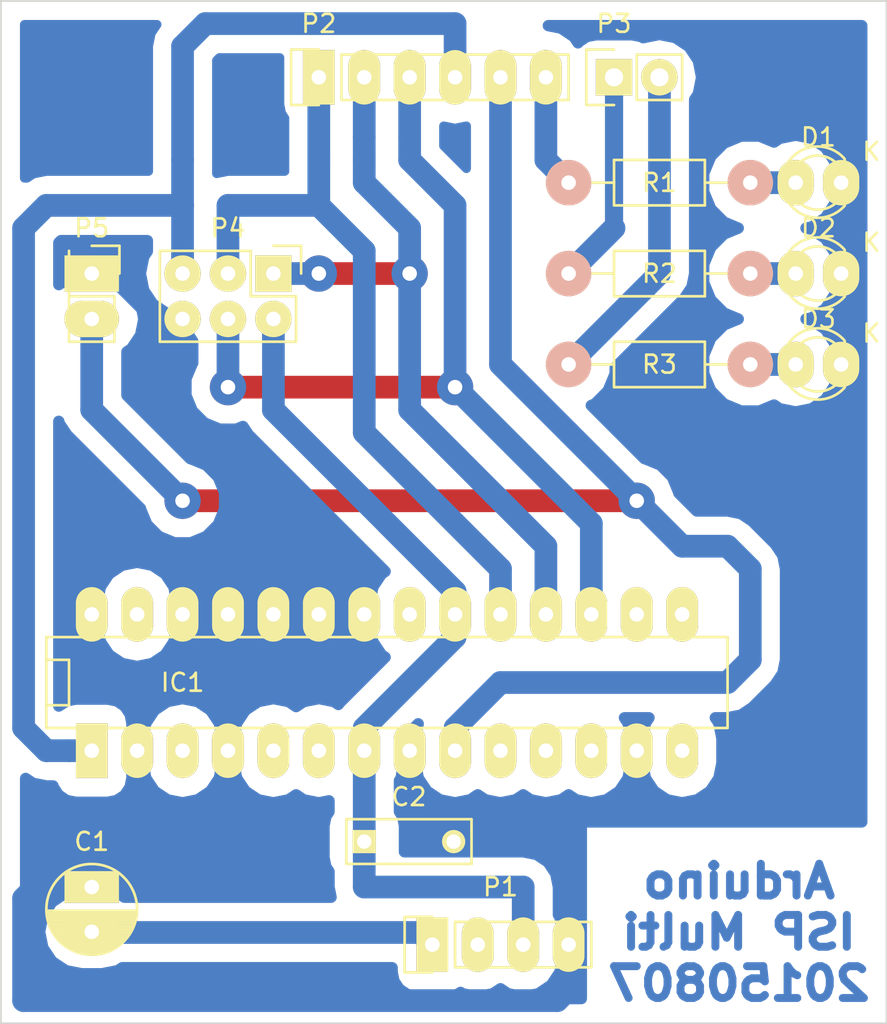
<source format=kicad_pcb>
(kicad_pcb (version 4) (host pcbnew "(2015-07-09 BZR 5913, Git 33e1797)-product")

  (general
    (links 38)
    (no_connects 0)
    (area 223.526667 87.34 274.370001 144.92)
    (thickness 1.6)
    (drawings 5)
    (tracks 99)
    (zones 0)
    (modules 14)
    (nets 27)
  )

  (page A4)
  (title_block
    (title "Arduino ISP Multi")
    (company "Stefano Busnelli")
  )

  (layers
    (0 F.Cu signal)
    (31 B.Cu signal)
    (32 B.Adhes user)
    (33 F.Adhes user)
    (34 B.Paste user)
    (35 F.Paste user)
    (36 B.SilkS user)
    (37 F.SilkS user)
    (38 B.Mask user)
    (39 F.Mask user)
    (40 Dwgs.User user)
    (41 Cmts.User user)
    (42 Eco1.User user)
    (43 Eco2.User user)
    (44 Edge.Cuts user)
    (45 Margin user)
    (46 B.CrtYd user)
    (47 F.CrtYd user)
    (48 B.Fab user)
    (49 F.Fab user)
  )

  (setup
    (last_trace_width 1.27)
    (trace_clearance 0.635)
    (zone_clearance 1.016)
    (zone_45_only no)
    (trace_min 1.016)
    (segment_width 0.2)
    (edge_width 0.1)
    (via_size 2.032)
    (via_drill 0.8128)
    (via_min_size 0.889)
    (via_min_drill 0.635)
    (uvia_size 0.508)
    (uvia_drill 0.127)
    (uvias_allowed no)
    (uvia_min_size 0.508)
    (uvia_min_drill 0.127)
    (pcb_text_width 0.3)
    (pcb_text_size 1.5 1.5)
    (mod_edge_width 0.15)
    (mod_text_size 1 1)
    (mod_text_width 0.15)
    (pad_size 1.778 3.048)
    (pad_drill 0.8128)
    (pad_to_mask_clearance 0)
    (aux_axis_origin 0 0)
    (visible_elements 7FFFFFFF)
    (pcbplotparams
      (layerselection 0x00030_80000001)
      (usegerberextensions false)
      (excludeedgelayer true)
      (linewidth 0.100000)
      (plotframeref false)
      (viasonmask false)
      (mode 1)
      (useauxorigin false)
      (hpglpennumber 1)
      (hpglpenspeed 20)
      (hpglpendiameter 15)
      (hpglpenoverlay 2)
      (psnegative false)
      (psa4output false)
      (plotreference true)
      (plotvalue true)
      (plotinvisibletext false)
      (padsonsilk false)
      (subtractmaskfromsilk false)
      (outputformat 1)
      (mirror false)
      (drillshape 1)
      (scaleselection 1)
      (outputdirectory ""))
  )

  (net 0 "")
  (net 1 RESET)
  (net 2 GND)
  (net 3 VCC)
  (net 4 "Net-(IC1-Pad3)")
  (net 5 "Net-(IC1-Pad5)")
  (net 6 "Net-(IC1-Pad6)")
  (net 7 S_CLOCK)
  (net 8 "Net-(IC1-Pad10)")
  (net 9 "Net-(IC1-Pad11)")
  (net 10 "Net-(IC1-Pad12)")
  (net 11 "Net-(IC1-Pad14)")
  (net 12 S_RESET)
  (net 13 "Net-(IC1-Pad15)")
  (net 14 "Net-(IC1-Pad16)")
  (net 15 S_MOSI)
  (net 16 S_MISO)
  (net 17 S_SCK)
  (net 18 "Net-(IC1-Pad21)")
  (net 19 "Net-(IC1-Pad27)")
  (net 20 3.3V)
  (net 21 L_ERR)
  (net 22 L_PROG)
  (net 23 L_HB)
  (net 24 "Net-(D1-Pad2)")
  (net 25 "Net-(D2-Pad2)")
  (net 26 "Net-(D3-Pad2)")

  (net_class Default "Questo è il gruppo di collegamenti predefinito"
    (clearance 0.635)
    (trace_width 1.27)
    (via_dia 2.032)
    (via_drill 0.8128)
    (uvia_dia 0.508)
    (uvia_drill 0.127)
    (add_net 3.3V)
    (add_net GND)
    (add_net L_ERR)
    (add_net L_HB)
    (add_net L_PROG)
    (add_net "Net-(D1-Pad2)")
    (add_net "Net-(D2-Pad2)")
    (add_net "Net-(D3-Pad2)")
    (add_net "Net-(IC1-Pad10)")
    (add_net "Net-(IC1-Pad11)")
    (add_net "Net-(IC1-Pad12)")
    (add_net "Net-(IC1-Pad14)")
    (add_net "Net-(IC1-Pad15)")
    (add_net "Net-(IC1-Pad16)")
    (add_net "Net-(IC1-Pad21)")
    (add_net "Net-(IC1-Pad27)")
    (add_net "Net-(IC1-Pad3)")
    (add_net "Net-(IC1-Pad5)")
    (add_net "Net-(IC1-Pad6)")
    (add_net RESET)
    (add_net S_CLOCK)
    (add_net S_MISO)
    (add_net S_MOSI)
    (add_net S_RESET)
    (add_net S_SCK)
    (add_net VCC)
  )

  (module Capacitors_ThroughHole:C_Radial_D5_L11_P2.5 (layer F.Cu) (tedit 55DF404E) (tstamp 55C33EF5)
    (at 229.87 137.16 270)
    (descr "Radial Electrolytic Capacitor Diameter 5mm x Length 11mm, Pitch 2.5mm")
    (tags "Electrolytic Capacitor")
    (path /55C33214)
    (fp_text reference C1 (at -2.54 0 360) (layer F.SilkS)
      (effects (font (size 1 1) (thickness 0.15)))
    )
    (fp_text value 22uF (at 1.25 3.8 270) (layer F.Fab)
      (effects (font (size 1 1) (thickness 0.15)))
    )
    (fp_line (start 1.325 -2.499) (end 1.325 2.499) (layer F.SilkS) (width 0.15))
    (fp_line (start 1.465 -2.491) (end 1.465 2.491) (layer F.SilkS) (width 0.15))
    (fp_line (start 1.605 -2.475) (end 1.605 -0.095) (layer F.SilkS) (width 0.15))
    (fp_line (start 1.605 0.095) (end 1.605 2.475) (layer F.SilkS) (width 0.15))
    (fp_line (start 1.745 -2.451) (end 1.745 -0.49) (layer F.SilkS) (width 0.15))
    (fp_line (start 1.745 0.49) (end 1.745 2.451) (layer F.SilkS) (width 0.15))
    (fp_line (start 1.885 -2.418) (end 1.885 -0.657) (layer F.SilkS) (width 0.15))
    (fp_line (start 1.885 0.657) (end 1.885 2.418) (layer F.SilkS) (width 0.15))
    (fp_line (start 2.025 -2.377) (end 2.025 -0.764) (layer F.SilkS) (width 0.15))
    (fp_line (start 2.025 0.764) (end 2.025 2.377) (layer F.SilkS) (width 0.15))
    (fp_line (start 2.165 -2.327) (end 2.165 -0.835) (layer F.SilkS) (width 0.15))
    (fp_line (start 2.165 0.835) (end 2.165 2.327) (layer F.SilkS) (width 0.15))
    (fp_line (start 2.305 -2.266) (end 2.305 -0.879) (layer F.SilkS) (width 0.15))
    (fp_line (start 2.305 0.879) (end 2.305 2.266) (layer F.SilkS) (width 0.15))
    (fp_line (start 2.445 -2.196) (end 2.445 -0.898) (layer F.SilkS) (width 0.15))
    (fp_line (start 2.445 0.898) (end 2.445 2.196) (layer F.SilkS) (width 0.15))
    (fp_line (start 2.585 -2.114) (end 2.585 -0.896) (layer F.SilkS) (width 0.15))
    (fp_line (start 2.585 0.896) (end 2.585 2.114) (layer F.SilkS) (width 0.15))
    (fp_line (start 2.725 -2.019) (end 2.725 -0.871) (layer F.SilkS) (width 0.15))
    (fp_line (start 2.725 0.871) (end 2.725 2.019) (layer F.SilkS) (width 0.15))
    (fp_line (start 2.865 -1.908) (end 2.865 -0.823) (layer F.SilkS) (width 0.15))
    (fp_line (start 2.865 0.823) (end 2.865 1.908) (layer F.SilkS) (width 0.15))
    (fp_line (start 3.005 -1.78) (end 3.005 -0.745) (layer F.SilkS) (width 0.15))
    (fp_line (start 3.005 0.745) (end 3.005 1.78) (layer F.SilkS) (width 0.15))
    (fp_line (start 3.145 -1.631) (end 3.145 -0.628) (layer F.SilkS) (width 0.15))
    (fp_line (start 3.145 0.628) (end 3.145 1.631) (layer F.SilkS) (width 0.15))
    (fp_line (start 3.285 -1.452) (end 3.285 -0.44) (layer F.SilkS) (width 0.15))
    (fp_line (start 3.285 0.44) (end 3.285 1.452) (layer F.SilkS) (width 0.15))
    (fp_line (start 3.425 -1.233) (end 3.425 1.233) (layer F.SilkS) (width 0.15))
    (fp_line (start 3.565 -0.944) (end 3.565 0.944) (layer F.SilkS) (width 0.15))
    (fp_line (start 3.705 -0.472) (end 3.705 0.472) (layer F.SilkS) (width 0.15))
    (fp_circle (center 2.5 0) (end 2.5 -0.9) (layer F.SilkS) (width 0.15))
    (fp_circle (center 1.25 0) (end 1.25 -2.5375) (layer F.SilkS) (width 0.15))
    (fp_circle (center 1.25 0) (end 1.25 -2.8) (layer F.CrtYd) (width 0.05))
    (pad 2 thru_hole rect (at 0 0 270) (size 1.778 3.048) (drill 0.8128) (layers *.Cu *.Mask F.SilkS)
      (net 2 GND))
    (pad 1 thru_hole oval (at 2.5 0 270) (size 2.032 3.048) (drill 0.8128) (layers *.Cu *.Mask F.SilkS)
      (net 1 RESET))
    (model Capacitors_ThroughHole.3dshapes/C_Radial_D5_L11_P2.5.wrl
      (at (xyz 0.049213 0 0))
      (scale (xyz 1 1 1))
      (rotate (xyz 0 0 90))
    )
  )

  (module LEDs:LED-3MM (layer F.Cu) (tedit 55DF3FBE) (tstamp 55C33F01)
    (at 271.78 97.79 180)
    (descr "LED 3mm round vertical")
    (tags "LED  3mm round vertical")
    (path /55C33184)
    (fp_text reference D1 (at 1.27 2.54 180) (layer F.SilkS)
      (effects (font (size 1 1) (thickness 0.15)))
    )
    (fp_text value RED (at 1.27 1.27 180) (layer F.Fab)
      (effects (font (size 1 1) (thickness 0.15)))
    )
    (fp_line (start -1.2 2.3) (end 3.8 2.3) (layer F.CrtYd) (width 0.05))
    (fp_line (start 3.8 2.3) (end 3.8 -2.2) (layer F.CrtYd) (width 0.05))
    (fp_line (start 3.8 -2.2) (end -1.2 -2.2) (layer F.CrtYd) (width 0.05))
    (fp_line (start -1.2 -2.2) (end -1.2 2.3) (layer F.CrtYd) (width 0.05))
    (fp_line (start -0.199 1.314) (end -0.199 1.114) (layer F.SilkS) (width 0.15))
    (fp_line (start -0.199 -1.28) (end -0.199 -1.1) (layer F.SilkS) (width 0.15))
    (fp_arc (start 1.301 0.034) (end -0.199 -1.286) (angle 108.5) (layer F.SilkS) (width 0.15))
    (fp_arc (start 1.301 0.034) (end 0.25 -1.1) (angle 85.7) (layer F.SilkS) (width 0.15))
    (fp_arc (start 1.311 0.034) (end 3.051 0.994) (angle 110) (layer F.SilkS) (width 0.15))
    (fp_arc (start 1.301 0.034) (end 2.335 1.094) (angle 87.5) (layer F.SilkS) (width 0.15))
    (fp_text user K (at -1.69 1.74 180) (layer F.SilkS)
      (effects (font (size 1 1) (thickness 0.15)))
    )
    (pad 1 thru_hole oval (at 0 0 180) (size 2.032 2.54) (drill 0.8128) (layers *.Cu *.Mask F.SilkS)
      (net 2 GND))
    (pad 2 thru_hole oval (at 2.54 0 180) (size 2.032 2.54) (drill 0.8128) (layers *.Cu *.Mask F.SilkS)
      (net 24 "Net-(D1-Pad2)"))
    (model LEDs.3dshapes/LED-3MM.wrl
      (at (xyz 0.05 0 0))
      (scale (xyz 1 1 1))
      (rotate (xyz 0 0 90))
    )
  )

  (module LEDs:LED-3MM (layer F.Cu) (tedit 55DF3FC1) (tstamp 55C33F07)
    (at 271.78 102.87 180)
    (descr "LED 3mm round vertical")
    (tags "LED  3mm round vertical")
    (path /55C33116)
    (fp_text reference D2 (at 1.27 2.54 180) (layer F.SilkS)
      (effects (font (size 1 1) (thickness 0.15)))
    )
    (fp_text value YELLOW (at 1.27 1.27 180) (layer F.Fab)
      (effects (font (size 1 1) (thickness 0.15)))
    )
    (fp_line (start -1.2 2.3) (end 3.8 2.3) (layer F.CrtYd) (width 0.05))
    (fp_line (start 3.8 2.3) (end 3.8 -2.2) (layer F.CrtYd) (width 0.05))
    (fp_line (start 3.8 -2.2) (end -1.2 -2.2) (layer F.CrtYd) (width 0.05))
    (fp_line (start -1.2 -2.2) (end -1.2 2.3) (layer F.CrtYd) (width 0.05))
    (fp_line (start -0.199 1.314) (end -0.199 1.114) (layer F.SilkS) (width 0.15))
    (fp_line (start -0.199 -1.28) (end -0.199 -1.1) (layer F.SilkS) (width 0.15))
    (fp_arc (start 1.301 0.034) (end -0.199 -1.286) (angle 108.5) (layer F.SilkS) (width 0.15))
    (fp_arc (start 1.301 0.034) (end 0.25 -1.1) (angle 85.7) (layer F.SilkS) (width 0.15))
    (fp_arc (start 1.311 0.034) (end 3.051 0.994) (angle 110) (layer F.SilkS) (width 0.15))
    (fp_arc (start 1.301 0.034) (end 2.335 1.094) (angle 87.5) (layer F.SilkS) (width 0.15))
    (fp_text user K (at -1.69 1.74 180) (layer F.SilkS)
      (effects (font (size 1 1) (thickness 0.15)))
    )
    (pad 1 thru_hole oval (at 0 0 180) (size 2.032 2.54) (drill 0.8128) (layers *.Cu *.Mask F.SilkS)
      (net 2 GND))
    (pad 2 thru_hole oval (at 2.54 0 180) (size 2.032 2.54) (drill 0.8128) (layers *.Cu *.Mask F.SilkS)
      (net 25 "Net-(D2-Pad2)"))
    (model LEDs.3dshapes/LED-3MM.wrl
      (at (xyz 0.05 0 0))
      (scale (xyz 1 1 1))
      (rotate (xyz 0 0 90))
    )
  )

  (module LEDs:LED-3MM (layer F.Cu) (tedit 55DF3FC4) (tstamp 55C33F0D)
    (at 271.78 107.95 180)
    (descr "LED 3mm round vertical")
    (tags "LED  3mm round vertical")
    (path /55C33195)
    (fp_text reference D3 (at 1.27 2.54 180) (layer F.SilkS)
      (effects (font (size 1 1) (thickness 0.15)))
    )
    (fp_text value GREEN (at 1.27 1.27 180) (layer F.Fab)
      (effects (font (size 1 1) (thickness 0.15)))
    )
    (fp_line (start -1.2 2.3) (end 3.8 2.3) (layer F.CrtYd) (width 0.05))
    (fp_line (start 3.8 2.3) (end 3.8 -2.2) (layer F.CrtYd) (width 0.05))
    (fp_line (start 3.8 -2.2) (end -1.2 -2.2) (layer F.CrtYd) (width 0.05))
    (fp_line (start -1.2 -2.2) (end -1.2 2.3) (layer F.CrtYd) (width 0.05))
    (fp_line (start -0.199 1.314) (end -0.199 1.114) (layer F.SilkS) (width 0.15))
    (fp_line (start -0.199 -1.28) (end -0.199 -1.1) (layer F.SilkS) (width 0.15))
    (fp_arc (start 1.301 0.034) (end -0.199 -1.286) (angle 108.5) (layer F.SilkS) (width 0.15))
    (fp_arc (start 1.301 0.034) (end 0.25 -1.1) (angle 85.7) (layer F.SilkS) (width 0.15))
    (fp_arc (start 1.311 0.034) (end 3.051 0.994) (angle 110) (layer F.SilkS) (width 0.15))
    (fp_arc (start 1.301 0.034) (end 2.335 1.094) (angle 87.5) (layer F.SilkS) (width 0.15))
    (fp_text user K (at -1.69 1.74 180) (layer F.SilkS)
      (effects (font (size 1 1) (thickness 0.15)))
    )
    (pad 1 thru_hole oval (at 0 0 180) (size 2.032 2.54) (drill 0.8128) (layers *.Cu *.Mask F.SilkS)
      (net 2 GND))
    (pad 2 thru_hole oval (at 2.54 0 180) (size 2.032 2.54) (drill 0.8128) (layers *.Cu *.Mask F.SilkS)
      (net 26 "Net-(D3-Pad2)"))
    (model LEDs.3dshapes/LED-3MM.wrl
      (at (xyz 0.05 0 0))
      (scale (xyz 1 1 1))
      (rotate (xyz 0 0 90))
    )
  )

  (module Sockets_DIP:DIP-28__300_ELL (layer F.Cu) (tedit 55C3892B) (tstamp 55C33F2D)
    (at 246.38 125.73)
    (descr "28 pins DIL package, elliptical pads, width 300mil")
    (tags DIL)
    (path /55C332F2)
    (fp_text reference IC1 (at -11.43 0) (layer F.SilkS)
      (effects (font (size 1 1) (thickness 0.15)))
    )
    (fp_text value ATMEGA328P-P (at 6.985 0) (layer F.Fab)
      (effects (font (size 1 1) (thickness 0.15)))
    )
    (fp_line (start -19.05 -2.54) (end 19.05 -2.54) (layer F.SilkS) (width 0.15))
    (fp_line (start 19.05 -2.54) (end 19.05 2.54) (layer F.SilkS) (width 0.15))
    (fp_line (start 19.05 2.54) (end -19.05 2.54) (layer F.SilkS) (width 0.15))
    (fp_line (start -19.05 2.54) (end -19.05 -2.54) (layer F.SilkS) (width 0.15))
    (fp_line (start -19.05 -1.27) (end -17.78 -1.27) (layer F.SilkS) (width 0.15))
    (fp_line (start -17.78 -1.27) (end -17.78 1.27) (layer F.SilkS) (width 0.15))
    (fp_line (start -17.78 1.27) (end -19.05 1.27) (layer F.SilkS) (width 0.15))
    (pad 2 thru_hole oval (at -13.97 3.81) (size 1.778 3.048) (drill 0.8128) (layers *.Cu *.Mask F.SilkS)
      (net 2 GND))
    (pad 3 thru_hole oval (at -11.43 3.81) (size 1.778 3.048) (drill 0.8128) (layers *.Cu *.Mask F.SilkS)
      (net 4 "Net-(IC1-Pad3)"))
    (pad 4 thru_hole oval (at -8.89 3.81) (size 1.778 3.048) (drill 0.8128) (layers *.Cu *.Mask F.SilkS)
      (net 2 GND))
    (pad 5 thru_hole oval (at -6.35 3.81) (size 1.778 3.048) (drill 0.8128) (layers *.Cu *.Mask F.SilkS)
      (net 5 "Net-(IC1-Pad5)"))
    (pad 6 thru_hole oval (at -3.81 3.81) (size 1.778 3.048) (drill 0.8128) (layers *.Cu *.Mask F.SilkS)
      (net 6 "Net-(IC1-Pad6)"))
    (pad 7 thru_hole oval (at -1.27 3.81) (size 1.778 3.048) (drill 0.8128) (layers *.Cu *.Mask F.SilkS)
      (net 3 VCC))
    (pad 8 thru_hole oval (at 1.27 3.81) (size 1.778 3.048) (drill 0.8128) (layers *.Cu *.Mask F.SilkS)
      (net 2 GND))
    (pad 9 thru_hole oval (at 3.81 3.81) (size 1.778 3.048) (drill 0.8128) (layers *.Cu *.Mask F.SilkS)
      (net 7 S_CLOCK))
    (pad 10 thru_hole oval (at 6.35 3.81) (size 1.778 3.048) (drill 0.8128) (layers *.Cu *.Mask F.SilkS)
      (net 8 "Net-(IC1-Pad10)"))
    (pad 11 thru_hole oval (at 8.89 3.81) (size 1.778 3.048) (drill 0.8128) (layers *.Cu *.Mask F.SilkS)
      (net 9 "Net-(IC1-Pad11)"))
    (pad 12 thru_hole oval (at 11.43 3.81) (size 1.778 3.048) (drill 0.8128) (layers *.Cu *.Mask F.SilkS)
      (net 10 "Net-(IC1-Pad12)"))
    (pad 13 thru_hole oval (at 13.97 3.81) (size 1.778 3.048) (drill 0.8128) (layers *.Cu *.Mask F.SilkS)
      (net 2 GND))
    (pad 14 thru_hole oval (at 16.51 3.81) (size 1.778 3.048) (drill 0.8128) (layers *.Cu *.Mask F.SilkS)
      (net 11 "Net-(IC1-Pad14)"))
    (pad 1 thru_hole rect (at -16.51 3.81) (size 1.778 3.048) (drill 0.8128) (layers *.Cu *.Mask F.SilkS)
      (net 12 S_RESET))
    (pad 15 thru_hole oval (at 16.51 -3.81) (size 1.778 3.048) (drill 0.8128) (layers *.Cu *.Mask F.SilkS)
      (net 13 "Net-(IC1-Pad15)"))
    (pad 16 thru_hole oval (at 13.97 -3.81) (size 1.778 3.048) (drill 0.8128) (layers *.Cu *.Mask F.SilkS)
      (net 14 "Net-(IC1-Pad16)"))
    (pad 17 thru_hole oval (at 11.43 -3.81) (size 1.778 3.048) (drill 0.8128) (layers *.Cu *.Mask F.SilkS)
      (net 15 S_MOSI))
    (pad 18 thru_hole oval (at 8.89 -3.81) (size 1.778 3.048) (drill 0.8128) (layers *.Cu *.Mask F.SilkS)
      (net 16 S_MISO))
    (pad 19 thru_hole oval (at 6.35 -3.81) (size 1.778 3.048) (drill 0.8128) (layers *.Cu *.Mask F.SilkS)
      (net 17 S_SCK))
    (pad 20 thru_hole oval (at 3.81 -3.81) (size 1.778 3.048) (drill 0.8128) (layers *.Cu *.Mask F.SilkS)
      (net 3 VCC))
    (pad 21 thru_hole oval (at 1.27 -3.81) (size 1.778 3.048) (drill 0.8128) (layers *.Cu *.Mask F.SilkS)
      (net 18 "Net-(IC1-Pad21)"))
    (pad 22 thru_hole oval (at -1.27 -3.81) (size 1.778 3.048) (drill 0.8128) (layers *.Cu *.Mask F.SilkS)
      (net 2 GND))
    (pad 23 thru_hole oval (at -3.81 -3.81) (size 1.778 3.048) (drill 0.8128) (layers *.Cu *.Mask F.SilkS)
      (net 2 GND))
    (pad 24 thru_hole oval (at -6.35 -3.81) (size 1.778 3.048) (drill 0.8128) (layers *.Cu *.Mask F.SilkS)
      (net 2 GND))
    (pad 25 thru_hole oval (at -8.89 -3.81) (size 1.778 3.048) (drill 0.8128) (layers *.Cu *.Mask F.SilkS)
      (net 2 GND))
    (pad 26 thru_hole oval (at -11.43 -3.81) (size 1.778 3.048) (drill 0.8128) (layers *.Cu *.Mask F.SilkS)
      (net 2 GND))
    (pad 27 thru_hole oval (at -13.97 -3.81) (size 1.778 3.048) (drill 0.8128) (layers *.Cu *.Mask F.SilkS)
      (net 19 "Net-(IC1-Pad27)"))
    (pad 28 thru_hole oval (at -16.51 -3.81) (size 1.778 3.048) (drill 0.8128) (layers *.Cu *.Mask F.SilkS)
      (net 2 GND))
    (model Sockets_DIP.3dshapes/DIP-28__300_ELL.wrl
      (at (xyz 0 0 0))
      (scale (xyz 1 1 1))
      (rotate (xyz 0 0 0))
    )
  )

  (module Resistors_ThroughHole:Resistor_Horizontal_RM10mm (layer F.Cu) (tedit 55C38FC5) (tstamp 55C33FE2)
    (at 261.62 97.79)
    (descr "Resistor, Axial,  RM 10mm, 1/3W,")
    (tags "Resistor, Axial, RM 10mm, 1/3W,")
    (path /55C3317E)
    (fp_text reference R1 (at 0 0) (layer F.SilkS)
      (effects (font (size 1 1) (thickness 0.15)))
    )
    (fp_text value 330 (at 1.27 1.27) (layer F.Fab)
      (effects (font (size 1 1) (thickness 0.15)))
    )
    (fp_line (start -2.54 -1.27) (end 2.54 -1.27) (layer F.SilkS) (width 0.15))
    (fp_line (start 2.54 -1.27) (end 2.54 1.27) (layer F.SilkS) (width 0.15))
    (fp_line (start 2.54 1.27) (end -2.54 1.27) (layer F.SilkS) (width 0.15))
    (fp_line (start -2.54 1.27) (end -2.54 -1.27) (layer F.SilkS) (width 0.15))
    (fp_line (start -2.54 0) (end -3.81 0) (layer F.SilkS) (width 0.15))
    (fp_line (start 2.54 0) (end 3.81 0) (layer F.SilkS) (width 0.15))
    (pad 1 thru_hole circle (at -5.08 0) (size 2.54 2.54) (drill 0.8128) (layers *.Cu *.SilkS *.Mask)
      (net 21 L_ERR))
    (pad 2 thru_hole circle (at 5.08 0) (size 2.54 2.54) (drill 0.8128) (layers *.Cu *.SilkS *.Mask)
      (net 24 "Net-(D1-Pad2)"))
    (model Resistors_ThroughHole.3dshapes/Resistor_Horizontal_RM10mm.wrl
      (at (xyz 0 0 0))
      (scale (xyz 0.4 0.4 0.4))
      (rotate (xyz 0 0 0))
    )
  )

  (module Resistors_ThroughHole:Resistor_Horizontal_RM10mm (layer F.Cu) (tedit 55C36001) (tstamp 55C33FE8)
    (at 261.62 102.87)
    (descr "Resistor, Axial,  RM 10mm, 1/3W,")
    (tags "Resistor, Axial, RM 10mm, 1/3W,")
    (path /55C330F4)
    (fp_text reference R2 (at 0 0) (layer F.SilkS)
      (effects (font (size 1 1) (thickness 0.15)))
    )
    (fp_text value 330 (at 1.27 1.27) (layer F.Fab)
      (effects (font (size 1 1) (thickness 0.15)))
    )
    (fp_line (start -2.54 -1.27) (end 2.54 -1.27) (layer F.SilkS) (width 0.15))
    (fp_line (start 2.54 -1.27) (end 2.54 1.27) (layer F.SilkS) (width 0.15))
    (fp_line (start 2.54 1.27) (end -2.54 1.27) (layer F.SilkS) (width 0.15))
    (fp_line (start -2.54 1.27) (end -2.54 -1.27) (layer F.SilkS) (width 0.15))
    (fp_line (start -2.54 0) (end -3.81 0) (layer F.SilkS) (width 0.15))
    (fp_line (start 2.54 0) (end 3.81 0) (layer F.SilkS) (width 0.15))
    (pad 1 thru_hole circle (at -5.08 0) (size 2.54 2.54) (drill 0.8128) (layers *.Cu *.SilkS *.Mask)
      (net 22 L_PROG))
    (pad 2 thru_hole circle (at 5.08 0) (size 2.54 2.54) (drill 0.8128) (layers *.Cu *.SilkS *.Mask)
      (net 25 "Net-(D2-Pad2)"))
    (model Resistors_ThroughHole.3dshapes/Resistor_Horizontal_RM10mm.wrl
      (at (xyz 0 0 0))
      (scale (xyz 0.4 0.4 0.4))
      (rotate (xyz 0 0 0))
    )
  )

  (module Resistors_ThroughHole:Resistor_Horizontal_RM10mm (layer F.Cu) (tedit 55C36004) (tstamp 55C33FEE)
    (at 261.62 107.95)
    (descr "Resistor, Axial,  RM 10mm, 1/3W,")
    (tags "Resistor, Axial, RM 10mm, 1/3W,")
    (path /55C3318F)
    (fp_text reference R3 (at 0 0) (layer F.SilkS)
      (effects (font (size 1 1) (thickness 0.15)))
    )
    (fp_text value 330 (at 1.27 1.27) (layer F.Fab)
      (effects (font (size 1 1) (thickness 0.15)))
    )
    (fp_line (start -2.54 -1.27) (end 2.54 -1.27) (layer F.SilkS) (width 0.15))
    (fp_line (start 2.54 -1.27) (end 2.54 1.27) (layer F.SilkS) (width 0.15))
    (fp_line (start 2.54 1.27) (end -2.54 1.27) (layer F.SilkS) (width 0.15))
    (fp_line (start -2.54 1.27) (end -2.54 -1.27) (layer F.SilkS) (width 0.15))
    (fp_line (start -2.54 0) (end -3.81 0) (layer F.SilkS) (width 0.15))
    (fp_line (start 2.54 0) (end 3.81 0) (layer F.SilkS) (width 0.15))
    (pad 1 thru_hole circle (at -5.08 0) (size 2.54 2.54) (drill 0.8128) (layers *.Cu *.SilkS *.Mask)
      (net 23 L_HB))
    (pad 2 thru_hole circle (at 5.08 0) (size 2.54 2.54) (drill 0.8128) (layers *.Cu *.SilkS *.Mask)
      (net 26 "Net-(D3-Pad2)"))
    (model Resistors_ThroughHole.3dshapes/Resistor_Horizontal_RM10mm.wrl
      (at (xyz 0 0 0))
      (scale (xyz 0.4 0.4 0.4))
      (rotate (xyz 0 0 0))
    )
  )

  (module Pin_Headers:Pin_Header_Straight_1x04 (layer F.Cu) (tedit 55DF4044) (tstamp 55C33F64)
    (at 248.92 140.38 90)
    (descr "Through hole pin header")
    (tags "pin header")
    (path /55C37E02)
    (fp_text reference P1 (at 3.22 3.81 180) (layer F.SilkS)
      (effects (font (size 1 1) (thickness 0.15)))
    )
    (fp_text value POW_RES-GND (at -3.13 7.62 180) (layer F.Fab)
      (effects (font (size 1 1) (thickness 0.15)))
    )
    (fp_line (start -1.75 -1.75) (end -1.75 9.4) (layer F.CrtYd) (width 0.05))
    (fp_line (start 1.75 -1.75) (end 1.75 9.4) (layer F.CrtYd) (width 0.05))
    (fp_line (start -1.75 -1.75) (end 1.75 -1.75) (layer F.CrtYd) (width 0.05))
    (fp_line (start -1.75 9.4) (end 1.75 9.4) (layer F.CrtYd) (width 0.05))
    (fp_line (start -1.27 1.27) (end -1.27 8.89) (layer F.SilkS) (width 0.15))
    (fp_line (start 1.27 1.27) (end 1.27 8.89) (layer F.SilkS) (width 0.15))
    (fp_line (start 1.55 -1.55) (end 1.55 0) (layer F.SilkS) (width 0.15))
    (fp_line (start -1.27 8.89) (end 1.27 8.89) (layer F.SilkS) (width 0.15))
    (fp_line (start 1.27 1.27) (end -1.27 1.27) (layer F.SilkS) (width 0.15))
    (fp_line (start -1.55 0) (end -1.55 -1.55) (layer F.SilkS) (width 0.15))
    (fp_line (start -1.55 -1.55) (end 1.55 -1.55) (layer F.SilkS) (width 0.15))
    (pad 1 thru_hole rect (at 0 0 90) (size 3.048 1.778) (drill 0.8128) (layers *.Cu *.Mask F.SilkS)
      (net 1 RESET))
    (pad 2 thru_hole oval (at 0 2.54 90) (size 3.048 1.778) (drill 0.8128) (layers *.Cu *.Mask F.SilkS)
      (net 20 3.3V))
    (pad 3 thru_hole oval (at 0 5.08 90) (size 3.048 1.778) (drill 0.8128) (layers *.Cu *.Mask F.SilkS)
      (net 3 VCC))
    (pad 4 thru_hole oval (at 0 7.62 90) (size 3.048 1.778) (drill 0.8128) (layers *.Cu *.Mask F.SilkS)
      (net 2 GND))
    (model Pin_Headers.3dshapes/Pin_Header_Straight_1x04.wrl
      (at (xyz 0 -0.15 0))
      (scale (xyz 1 1 1))
      (rotate (xyz 0 0 90))
    )
  )

  (module Pin_Headers:Pin_Header_Straight_2x03 (layer F.Cu) (tedit 55DF400C) (tstamp 55C371F8)
    (at 240.03 102.87 270)
    (descr "Through hole pin header")
    (tags "pin header")
    (path /55C3AC2C)
    (fp_text reference P4 (at -2.54 2.54 360) (layer F.SilkS)
      (effects (font (size 1 1) (thickness 0.15)))
    )
    (fp_text value ICSP (at 1.27 -2.54 270) (layer F.Fab)
      (effects (font (size 1 1) (thickness 0.15)))
    )
    (fp_line (start -1.27 1.27) (end -1.27 6.35) (layer F.SilkS) (width 0.15))
    (fp_line (start -1.55 -1.55) (end 0 -1.55) (layer F.SilkS) (width 0.15))
    (fp_line (start -1.75 -1.75) (end -1.75 6.85) (layer F.CrtYd) (width 0.05))
    (fp_line (start 4.3 -1.75) (end 4.3 6.85) (layer F.CrtYd) (width 0.05))
    (fp_line (start -1.75 -1.75) (end 4.3 -1.75) (layer F.CrtYd) (width 0.05))
    (fp_line (start -1.75 6.85) (end 4.3 6.85) (layer F.CrtYd) (width 0.05))
    (fp_line (start 1.27 -1.27) (end 1.27 1.27) (layer F.SilkS) (width 0.15))
    (fp_line (start 1.27 1.27) (end -1.27 1.27) (layer F.SilkS) (width 0.15))
    (fp_line (start -1.27 6.35) (end 3.81 6.35) (layer F.SilkS) (width 0.15))
    (fp_line (start 3.81 6.35) (end 3.81 1.27) (layer F.SilkS) (width 0.15))
    (fp_line (start -1.55 -1.55) (end -1.55 0) (layer F.SilkS) (width 0.15))
    (fp_line (start 3.81 -1.27) (end 1.27 -1.27) (layer F.SilkS) (width 0.15))
    (fp_line (start 3.81 1.27) (end 3.81 -1.27) (layer F.SilkS) (width 0.15))
    (pad 1 thru_hole rect (at 0 0 270) (size 2.032 2.032) (drill 0.8128) (layers *.Cu *.Mask F.SilkS)
      (net 16 S_MISO))
    (pad 2 thru_hole oval (at 2.54 0 270) (size 2.032 2.032) (drill 0.8128) (layers *.Cu *.Mask F.SilkS)
      (net 3 VCC))
    (pad 3 thru_hole oval (at 0 2.54 270) (size 2.032 2.032) (drill 0.8128) (layers *.Cu *.Mask F.SilkS)
      (net 17 S_SCK))
    (pad 4 thru_hole oval (at 2.54 2.54 270) (size 2.032 2.032) (drill 0.8128) (layers *.Cu *.Mask F.SilkS)
      (net 15 S_MOSI))
    (pad 5 thru_hole oval (at 0 5.08 270) (size 2.032 2.032) (drill 0.8128) (layers *.Cu *.Mask F.SilkS)
      (net 12 S_RESET))
    (pad 6 thru_hole oval (at 2.54 5.08 270) (size 2.032 2.032) (drill 0.8128) (layers *.Cu *.Mask F.SilkS)
      (net 2 GND))
    (model Pin_Headers.3dshapes/Pin_Header_Straight_2x03.wrl
      (at (xyz 0.05 -0.1 0))
      (scale (xyz 1 1 1))
      (rotate (xyz 0 0 90))
    )
  )

  (module Pin_Headers:Pin_Header_Straight_2x01 (layer F.Cu) (tedit 55DF401A) (tstamp 55C37209)
    (at 229.87 102.87 270)
    (descr "Through hole pin header")
    (tags "pin header")
    (path /55C3D8D8)
    (fp_text reference P5 (at -2.54 0 360) (layer F.SilkS)
      (effects (font (size 1 1) (thickness 0.15)))
    )
    (fp_text value S_CLOCK (at 1.27 -2.54 270) (layer F.Fab)
      (effects (font (size 1 1) (thickness 0.15)))
    )
    (fp_line (start -1.75 -1.75) (end -1.75 1.75) (layer F.CrtYd) (width 0.05))
    (fp_line (start 4.3 -1.75) (end 4.3 1.75) (layer F.CrtYd) (width 0.05))
    (fp_line (start -1.75 -1.75) (end 4.3 -1.75) (layer F.CrtYd) (width 0.05))
    (fp_line (start -1.75 1.75) (end 4.3 1.75) (layer F.CrtYd) (width 0.05))
    (fp_line (start -1.55 0) (end -1.55 -1.55) (layer F.SilkS) (width 0.15))
    (fp_line (start 0 -1.55) (end -1.55 -1.55) (layer F.SilkS) (width 0.15))
    (fp_line (start -1.27 1.27) (end 1.27 1.27) (layer F.SilkS) (width 0.15))
    (fp_line (start 3.81 -1.27) (end 1.27 -1.27) (layer F.SilkS) (width 0.15))
    (fp_line (start 1.27 -1.27) (end 1.27 1.27) (layer F.SilkS) (width 0.15))
    (fp_line (start 1.27 1.27) (end 3.81 1.27) (layer F.SilkS) (width 0.15))
    (fp_line (start 3.81 1.27) (end 3.81 -1.27) (layer F.SilkS) (width 0.15))
    (pad 1 thru_hole rect (at 0 0 270) (size 2.032 3.048) (drill 0.8128) (layers *.Cu *.Mask F.SilkS)
      (net 2 GND))
    (pad 2 thru_hole oval (at 2.54 0 270) (size 2.032 3.048) (drill 0.8128) (layers *.Cu *.Mask F.SilkS)
      (net 7 S_CLOCK))
    (model Pin_Headers.3dshapes/Pin_Header_Straight_2x01.wrl
      (at (xyz 0.05 0 0))
      (scale (xyz 1 1 1))
      (rotate (xyz 0 0 90))
    )
  )

  (module Pin_Headers:Pin_Header_Straight_1x06 (layer F.Cu) (tedit 55C48D1B) (tstamp 55C38F76)
    (at 242.57 91.9 90)
    (descr "Through hole pin header")
    (tags "pin header")
    (path /55C3B36D)
    (fp_text reference P2 (at 3 0 180) (layer F.SilkS)
      (effects (font (size 1 1) (thickness 0.15)))
    )
    (fp_text value DIG_13-8 (at 3 5.08 180) (layer F.Fab)
      (effects (font (size 1 1) (thickness 0.15)))
    )
    (fp_line (start -1.75 -1.75) (end -1.75 14.45) (layer F.CrtYd) (width 0.05))
    (fp_line (start 1.75 -1.75) (end 1.75 14.45) (layer F.CrtYd) (width 0.05))
    (fp_line (start -1.75 -1.75) (end 1.75 -1.75) (layer F.CrtYd) (width 0.05))
    (fp_line (start -1.75 14.45) (end 1.75 14.45) (layer F.CrtYd) (width 0.05))
    (fp_line (start 1.27 1.27) (end 1.27 13.97) (layer F.SilkS) (width 0.15))
    (fp_line (start 1.27 13.97) (end -1.27 13.97) (layer F.SilkS) (width 0.15))
    (fp_line (start -1.27 13.97) (end -1.27 1.27) (layer F.SilkS) (width 0.15))
    (fp_line (start 1.55 -1.55) (end 1.55 0) (layer F.SilkS) (width 0.15))
    (fp_line (start 1.27 1.27) (end -1.27 1.27) (layer F.SilkS) (width 0.15))
    (fp_line (start -1.55 0) (end -1.55 -1.55) (layer F.SilkS) (width 0.15))
    (fp_line (start -1.55 -1.55) (end 1.55 -1.55) (layer F.SilkS) (width 0.15))
    (pad 1 thru_hole rect (at 0 0 90) (size 3.048 1.778) (drill 0.8128) (layers *.Cu *.Mask F.SilkS)
      (net 17 S_SCK))
    (pad 2 thru_hole oval (at 0 2.54 90) (size 3.048 1.778) (drill 0.8128) (layers *.Cu *.Mask F.SilkS)
      (net 16 S_MISO))
    (pad 3 thru_hole oval (at 0 5.08 90) (size 3.048 1.778) (drill 0.8128) (layers *.Cu *.Mask F.SilkS)
      (net 15 S_MOSI))
    (pad 4 thru_hole oval (at 0 7.62 90) (size 3.048 1.778) (drill 0.8128) (layers *.Cu *.Mask F.SilkS)
      (net 12 S_RESET))
    (pad 5 thru_hole oval (at 0 10.16 90) (size 3.048 1.778) (drill 0.8128) (layers *.Cu *.Mask F.SilkS)
      (net 7 S_CLOCK))
    (pad 6 thru_hole oval (at 0 12.7 90) (size 3.048 1.778) (drill 0.8128) (layers *.Cu *.Mask F.SilkS)
      (net 21 L_ERR))
    (model Pin_Headers.3dshapes/Pin_Header_Straight_1x06.wrl
      (at (xyz 0 -0.25 0))
      (scale (xyz 1 1 1))
      (rotate (xyz 0 0 90))
    )
  )

  (module Pin_Headers:Pin_Header_Straight_1x02 (layer F.Cu) (tedit 55C4B624) (tstamp 55C33FDC)
    (at 259.08 91.9 90)
    (descr "Through hole pin header")
    (tags "pin header")
    (path /55C4D2E7)
    (fp_text reference P3 (at 3 0 180) (layer F.SilkS)
      (effects (font (size 1 1) (thickness 0.15)))
    )
    (fp_text value DIG_7-6 (at 3 4.445 180) (layer F.Fab)
      (effects (font (size 1 1) (thickness 0.15)))
    )
    (fp_line (start 1.27 1.27) (end 1.27 3.81) (layer F.SilkS) (width 0.15))
    (fp_line (start 1.55 -1.55) (end 1.55 0) (layer F.SilkS) (width 0.15))
    (fp_line (start -1.75 -1.75) (end -1.75 4.3) (layer F.CrtYd) (width 0.05))
    (fp_line (start 1.75 -1.75) (end 1.75 4.3) (layer F.CrtYd) (width 0.05))
    (fp_line (start -1.75 -1.75) (end 1.75 -1.75) (layer F.CrtYd) (width 0.05))
    (fp_line (start -1.75 4.3) (end 1.75 4.3) (layer F.CrtYd) (width 0.05))
    (fp_line (start 1.27 1.27) (end -1.27 1.27) (layer F.SilkS) (width 0.15))
    (fp_line (start -1.55 0) (end -1.55 -1.55) (layer F.SilkS) (width 0.15))
    (fp_line (start -1.55 -1.55) (end 1.55 -1.55) (layer F.SilkS) (width 0.15))
    (fp_line (start -1.27 1.27) (end -1.27 3.81) (layer F.SilkS) (width 0.15))
    (fp_line (start -1.27 3.81) (end 1.27 3.81) (layer F.SilkS) (width 0.15))
    (pad 1 thru_hole rect (at 0 0 90) (size 2.032 2.032) (drill 1.016) (layers *.Cu *.Mask F.SilkS)
      (net 22 L_PROG))
    (pad 2 thru_hole oval (at 0 2.54 90) (size 2.032 2.032) (drill 1.016) (layers *.Cu *.Mask F.SilkS)
      (net 23 L_HB))
    (model Pin_Headers.3dshapes/Pin_Header_Straight_1x02.wrl
      (at (xyz 0 -0.05 0))
      (scale (xyz 1 1 1))
      (rotate (xyz 0 0 90))
    )
  )

  (module Capacitors_ThroughHole:C_Rect_L7_W2.5_P5 (layer F.Cu) (tedit 0) (tstamp 55C33EFB)
    (at 245.11 134.62)
    (descr "Film Capacitor Length 7mm x Width 2.5mm, Pitch 5mm")
    (tags Capacitor)
    (path /55C33491)
    (fp_text reference C2 (at 2.5 -2.5) (layer F.SilkS)
      (effects (font (size 1 1) (thickness 0.15)))
    )
    (fp_text value 100nF (at 2.5 2.5) (layer F.Fab)
      (effects (font (size 1 1) (thickness 0.15)))
    )
    (fp_line (start -1.25 -1.5) (end 6.25 -1.5) (layer F.CrtYd) (width 0.05))
    (fp_line (start 6.25 -1.5) (end 6.25 1.5) (layer F.CrtYd) (width 0.05))
    (fp_line (start 6.25 1.5) (end -1.25 1.5) (layer F.CrtYd) (width 0.05))
    (fp_line (start -1.25 1.5) (end -1.25 -1.5) (layer F.CrtYd) (width 0.05))
    (fp_line (start -1 -1.25) (end 6 -1.25) (layer F.SilkS) (width 0.15))
    (fp_line (start 6 -1.25) (end 6 1.25) (layer F.SilkS) (width 0.15))
    (fp_line (start 6 1.25) (end -1 1.25) (layer F.SilkS) (width 0.15))
    (fp_line (start -1 1.25) (end -1 -1.25) (layer F.SilkS) (width 0.15))
    (pad 1 thru_hole rect (at 0 0) (size 1.3 1.3) (drill 0.8) (layers *.Cu *.Mask F.SilkS)
      (net 3 VCC))
    (pad 2 thru_hole circle (at 5 0) (size 1.3 1.3) (drill 0.8) (layers *.Cu *.Mask F.SilkS)
      (net 2 GND))
  )

  (gr_text "Arduino\nISP Multi\n20150807" (at 266.065 139.7) (layer B.Cu)
    (effects (font (size 1.778 1.905) (thickness 0.4445)) (justify mirror))
  )
  (gr_line (start 224.79 87.63) (end 274.32 87.63) (angle 90) (layer Edge.Cuts) (width 0.1))
  (gr_line (start 224.79 144.78) (end 274.32 144.78) (angle 90) (layer Edge.Cuts) (width 0.1))
  (gr_line (start 224.79 144.78) (end 224.79 87.63) (angle 90) (layer Edge.Cuts) (width 0.1))
  (gr_line (start 274.32 87.63) (end 274.32 144.78) (angle 90) (layer Edge.Cuts) (width 0.1))

  (segment (start 248.24 139.7) (end 248.92 140.38) (width 1.27) (layer B.Cu) (net 1) (tstamp 55C37F0B))
  (segment (start 229.87 139.7) (end 248.24 139.7) (width 1.27) (layer B.Cu) (net 1) (status 10))
  (segment (start 250.19 134.62) (end 256.54 134.62) (width 1.27) (layer B.Cu) (net 2))
  (segment (start 256.54 134.62) (end 256.54 140.38) (width 1.27) (layer B.Cu) (net 2) (tstamp 55C4ED24))
  (segment (start 250.19 134.62) (end 247.65 132.08) (width 1.27) (layer B.Cu) (net 2))
  (segment (start 229.87 137.16) (end 226.695 137.16) (width 1.27) (layer B.Cu) (net 2))
  (segment (start 226.695 137.16) (end 226.06 137.795) (width 1.27) (layer B.Cu) (net 2) (tstamp 55C4B7C0))
  (segment (start 226.06 137.795) (end 226.06 143.51) (width 1.27) (layer B.Cu) (net 2) (tstamp 55C4B7C1))
  (segment (start 226.06 143.51) (end 255.905 143.51) (width 1.27) (layer B.Cu) (net 2) (tstamp 55C4B7C2))
  (segment (start 255.905 143.51) (end 256.54 142.875) (width 1.27) (layer B.Cu) (net 2) (tstamp 55C4B7C5))
  (segment (start 256.54 142.875) (end 256.54 140.38) (width 1.27) (layer B.Cu) (net 2) (tstamp 55C4B7CD))
  (segment (start 229.87 102.87) (end 231.14 102.87) (width 1.27) (layer B.Cu) (net 2))
  (segment (start 233.68 105.41) (end 234.95 105.41) (width 1.27) (layer B.Cu) (net 2) (tstamp 55C38D7F))
  (segment (start 231.14 102.87) (end 233.68 105.41) (width 1.27) (layer B.Cu) (net 2) (tstamp 55C38D7E))
  (segment (start 247.65 129.54) (end 247.65 132.08) (width 1.27) (layer B.Cu) (net 2) (status 10))
  (segment (start 254 140.38) (end 254 137.16) (width 1.27) (layer B.Cu) (net 3))
  (segment (start 245.11 137.16) (end 245.11 134.62) (width 1.27) (layer B.Cu) (net 3) (tstamp 55C478F5))
  (segment (start 254 137.16) (end 245.11 137.16) (width 1.27) (layer B.Cu) (net 3) (tstamp 55C478F3))
  (segment (start 245.11 134.62) (end 245.11 129.54) (width 1.27) (layer B.Cu) (net 3) (tstamp 55C478FA) (status 20))
  (segment (start 240.03 105.41) (end 240.03 110.49) (width 1.27) (layer B.Cu) (net 3))
  (segment (start 250.19 121.92) (end 250.19 123.19) (width 1.27) (layer B.Cu) (net 3) (status 30))
  (segment (start 245.11 128.27) (end 245.11 129.54) (width 1.27) (layer B.Cu) (net 3) (tstamp 55C38633) (status 30))
  (segment (start 250.19 123.19) (end 245.11 128.27) (width 1.27) (layer B.Cu) (net 3) (tstamp 55C38631) (status 30))
  (segment (start 254 139.7) (end 254 140.38) (width 1.27) (layer B.Cu) (net 3) (tstamp 55C385C5))
  (segment (start 246.38 116.84) (end 240.03 110.49) (width 1.27) (layer B.Cu) (net 3))
  (segment (start 246.38 116.84) (end 250.19 120.65) (width 1.27) (layer B.Cu) (net 3) (tstamp 55C38442))
  (segment (start 250.19 120.65) (end 250.19 121.92) (width 1.27) (layer B.Cu) (net 3) (tstamp 55C38444) (status 20))
  (segment (start 250.19 121.92) (end 250.19 120.65) (width 1.27) (layer B.Cu) (net 3) (status 10))
  (segment (start 250.19 120.65) (end 246.38 116.84) (width 1.27) (layer B.Cu) (net 3) (tstamp 55C3837D))
  (segment (start 234.95 115.57) (end 229.87 110.49) (width 1.27) (layer B.Cu) (net 7))
  (segment (start 229.87 110.49) (end 229.87 105.41) (width 1.27) (layer B.Cu) (net 7) (tstamp 55C48734))
  (segment (start 260.35 115.57) (end 262.89 118.11) (width 1.27) (layer B.Cu) (net 7))
  (segment (start 262.89 118.11) (end 265.43 118.11) (width 1.27) (layer B.Cu) (net 7) (tstamp 55C48076))
  (segment (start 266.7 124.46) (end 266.7 119.38) (width 1.27) (layer B.Cu) (net 7))
  (segment (start 252.73 125.73) (end 265.43 125.73) (width 1.27) (layer B.Cu) (net 7) (tstamp 55C48046))
  (segment (start 265.43 125.73) (end 266.7 124.46) (width 1.27) (layer B.Cu) (net 7) (tstamp 55C4803E))
  (segment (start 250.19 128.27) (end 252.73 125.73) (width 1.27) (layer B.Cu) (net 7) (tstamp 55C48043))
  (segment (start 266.7 119.38) (end 265.43 118.11) (width 1.27) (layer B.Cu) (net 7) (tstamp 55C48050))
  (segment (start 250.19 129.54) (end 250.19 128.27) (width 1.27) (layer B.Cu) (net 7))
  (via (at 234.95 115.57) (size 2.032) (drill 0.8128) (layers F.Cu B.Cu) (net 7))
  (segment (start 234.95 115.57) (end 260.35 115.57) (width 1.27) (layer F.Cu) (net 7) (tstamp 55C38D8E))
  (via (at 260.35 115.57) (size 2.032) (drill 0.8128) (layers F.Cu B.Cu) (net 7))
  (segment (start 260.35 115.57) (end 257.81 113.03) (width 1.27) (layer B.Cu) (net 7) (tstamp 55C38D93))
  (segment (start 257.81 113.03) (end 256.54 111.76) (width 1.27) (layer B.Cu) (net 7) (tstamp 55C383AF))
  (segment (start 256.54 111.76) (end 252.73 107.95) (width 1.27) (layer B.Cu) (net 7))
  (segment (start 252.73 91.9) (end 252.73 107.95) (width 1.27) (layer B.Cu) (net 7) (status 10))
  (segment (start 229.87 129.54) (end 228.6 129.54) (width 1.27) (layer B.Cu) (net 12))
  (segment (start 227.33 129.54) (end 226.06 128.27) (width 1.27) (layer B.Cu) (net 12) (tstamp 55C48034))
  (segment (start 228.6 129.54) (end 227.33 129.54) (width 1.27) (layer B.Cu) (net 12) (tstamp 55C48033))
  (segment (start 227.33 99.06) (end 234.95 99.06) (width 1.27) (layer B.Cu) (net 12) (tstamp 55C47597))
  (segment (start 226.06 100.33) (end 227.33 99.06) (width 1.27) (layer B.Cu) (net 12) (tstamp 55C4758B))
  (segment (start 226.06 128.27) (end 226.06 100.33) (width 1.27) (layer B.Cu) (net 12) (tstamp 55C48037))
  (segment (start 250.19 91.9) (end 250.19 88.9) (width 1.27) (layer B.Cu) (net 12) (status 10))
  (segment (start 234.95 99.06) (end 234.95 96.52) (width 1.27) (layer B.Cu) (net 12) (tstamp 55C38DBB) (status 10))
  (segment (start 236.22 88.9) (end 234.95 90.17) (width 1.27) (layer B.Cu) (net 12) (tstamp 55C38DA8))
  (segment (start 234.95 90.17) (end 234.95 96.52) (width 1.27) (layer B.Cu) (net 12) (tstamp 55C38DAC))
  (segment (start 250.19 88.9) (end 236.22 88.9) (width 1.27) (layer B.Cu) (net 12) (tstamp 55C38DA7))
  (segment (start 234.95 102.87) (end 234.95 99.06) (width 1.27) (layer B.Cu) (net 12) (tstamp 55C3823C) (status 10))
  (segment (start 229.87 129.54) (end 229.87 129.54) (width 1.27) (layer B.Cu) (net 12) (tstamp 55C37CAD) (status 30))
  (segment (start 247.65 95.25) (end 247.65 96.52) (width 1.27) (layer B.Cu) (net 15))
  (segment (start 247.65 96.52) (end 250.19 99.06) (width 1.27) (layer B.Cu) (net 15) (tstamp 55C48707))
  (segment (start 247.65 91.9) (end 247.65 95.25) (width 1.27) (layer B.Cu) (net 15))
  (segment (start 250.19 99.06) (end 250.19 109.22) (width 1.27) (layer B.Cu) (net 15) (tstamp 55C4870B))
  (segment (start 237.49 105.41) (end 237.49 109.22) (width 1.27) (layer B.Cu) (net 15) (status 10))
  (via (at 237.49 109.22) (size 2.032) (drill 0.8128) (layers F.Cu B.Cu) (net 15))
  (segment (start 237.49 109.22) (end 250.19 109.22) (width 1.27) (layer F.Cu) (net 15) (tstamp 55C383B7))
  (via (at 250.19 109.22) (size 2.032) (drill 0.8128) (layers F.Cu B.Cu) (net 15))
  (segment (start 257.81 116.84) (end 250.19 109.22) (width 1.27) (layer B.Cu) (net 15))
  (segment (start 257.81 121.92) (end 257.81 116.84) (width 1.27) (layer B.Cu) (net 15) (status 10))
  (segment (start 245.11 96.52) (end 245.11 97.79) (width 1.27) (layer B.Cu) (net 16))
  (segment (start 245.11 97.79) (end 247.65 100.33) (width 1.27) (layer B.Cu) (net 16) (tstamp 55C486F4))
  (segment (start 247.65 100.33) (end 247.65 102.87) (width 1.27) (layer B.Cu) (net 16) (tstamp 55C486F9))
  (segment (start 245.11 95.25) (end 245.11 96.52) (width 1.27) (layer B.Cu) (net 16))
  (segment (start 245.11 91.9) (end 245.11 95.25) (width 1.27) (layer B.Cu) (net 16) (status 10))
  (segment (start 240.03 102.87) (end 242.57 102.87) (width 1.27) (layer B.Cu) (net 16) (status 10))
  (via (at 242.57 102.87) (size 2.032) (drill 0.8128) (layers F.Cu B.Cu) (net 16))
  (segment (start 242.57 102.87) (end 247.65 102.87) (width 1.27) (layer F.Cu) (net 16) (tstamp 55C38D23))
  (via (at 247.65 102.87) (size 2.032) (drill 0.8128) (layers F.Cu B.Cu) (net 16))
  (segment (start 247.65 102.87) (end 247.65 110.49) (width 1.27) (layer B.Cu) (net 16) (tstamp 55C38D28))
  (segment (start 255.27 121.92) (end 255.27 118.11) (width 1.27) (layer B.Cu) (net 16) (status 10))
  (segment (start 255.27 118.11) (end 247.65 110.49) (width 1.27) (layer B.Cu) (net 16))
  (segment (start 242.57 99.06) (end 245.11 101.6) (width 1.27) (layer B.Cu) (net 17))
  (segment (start 245.11 101.6) (end 245.11 102.87) (width 1.27) (layer B.Cu) (net 17) (tstamp 55C486FF))
  (segment (start 237.49 102.87) (end 237.49 99.06) (width 1.27) (layer B.Cu) (net 17))
  (segment (start 237.49 99.06) (end 242.57 99.06) (width 1.27) (layer B.Cu) (net 17) (tstamp 55C477E8))
  (segment (start 242.57 91.9) (end 242.57 96.52) (width 1.27) (layer B.Cu) (net 17) (status 10))
  (segment (start 245.11 102.87) (end 245.11 111.76) (width 1.27) (layer B.Cu) (net 17) (tstamp 55C38D18))
  (segment (start 242.57 96.52) (end 242.57 99.06) (width 1.27) (layer B.Cu) (net 17))
  (segment (start 252.73 119.38) (end 245.11 111.76) (width 1.27) (layer B.Cu) (net 17) (tstamp 55C3802B))
  (segment (start 252.73 121.92) (end 252.73 119.38) (width 1.27) (layer B.Cu) (net 17) (status 10))
  (segment (start 255.27 91.9) (end 255.27 96.52) (width 1.27) (layer B.Cu) (net 21))
  (segment (start 255.27 96.52) (end 256.54 97.79) (width 1.27) (layer B.Cu) (net 21) (tstamp 55C48758))
  (segment (start 256.54 102.87) (end 259.08 100.33) (width 1.27) (layer B.Cu) (net 22))
  (segment (start 259.08 100.33) (end 259.08 91.9) (width 1.016) (layer B.Cu) (net 22) (tstamp 55C38012))
  (segment (start 256.54 107.95) (end 261.62 102.87) (width 1.27) (layer B.Cu) (net 23))
  (segment (start 261.62 102.87) (end 261.62 91.9) (width 1.27) (layer B.Cu) (net 23) (tstamp 55C38015))
  (segment (start 266.7 97.79) (end 269.24 97.79) (width 1.27) (layer B.Cu) (net 24) (status 10))
  (segment (start 266.7 102.87) (end 269.24 102.87) (width 1.27) (layer B.Cu) (net 25) (status 10))
  (segment (start 266.7 107.95) (end 269.24 107.95) (width 1.27) (layer B.Cu) (net 26) (status 10))

  (zone (net 2) (net_name GND) (layer B.Cu) (tstamp 55C476DA) (hatch edge 0.508)
    (connect_pads yes (clearance 1.016))
    (min_thickness 0.635)
    (fill yes (arc_segments 16) (thermal_gap 1.016) (thermal_bridge_width 1.016))
    (polygon
      (pts
        (xy 274.32 144.78) (xy 224.79 144.78) (xy 224.79 99.06) (xy 252.73 99.06) (xy 252.73 93.98)
        (xy 252.73 93.98) (xy 252.73 87.63) (xy 274.32 87.63)
      )
    )
    (filled_polygon
      (pts
        (xy 227.720028 131.572459) (xy 228.013586 132.019348) (xy 228.456755 132.318491) (xy 228.981 132.423625) (xy 230.759 132.423625)
        (xy 231.267459 132.324972) (xy 231.714348 132.031414) (xy 232.013491 131.588245) (xy 232.118625 131.064) (xy 232.118625 128.849018)
        (xy 232.7275 128.849018) (xy 232.7275 130.230982) (xy 232.896678 131.081496) (xy 233.378455 131.802527) (xy 234.099486 132.284304)
        (xy 234.95 132.453482) (xy 235.800514 132.284304) (xy 236.521545 131.802527) (xy 237.003322 131.081496) (xy 237.1725 130.230982)
        (xy 237.1725 128.849018) (xy 237.003322 127.998504) (xy 236.521545 127.277473) (xy 235.800514 126.795696) (xy 234.95 126.626518)
        (xy 234.099486 126.795696) (xy 233.378455 127.277473) (xy 232.896678 127.998504) (xy 232.7275 128.849018) (xy 232.118625 128.849018)
        (xy 232.118625 128.016) (xy 232.019972 127.507541) (xy 231.726414 127.060652) (xy 231.283245 126.761509) (xy 230.759 126.656375)
        (xy 228.981 126.656375) (xy 228.472541 126.755028) (xy 228.0285 127.046715) (xy 228.0285 121.229018) (xy 230.1875 121.229018)
        (xy 230.1875 122.610982) (xy 230.356678 123.461496) (xy 230.838455 124.182527) (xy 231.559486 124.664304) (xy 232.41 124.833482)
        (xy 233.260514 124.664304) (xy 233.981545 124.182527) (xy 234.463322 123.461496) (xy 234.6325 122.610982) (xy 234.6325 121.229018)
        (xy 234.463322 120.378504) (xy 233.981545 119.657473) (xy 233.260514 119.175696) (xy 232.41 119.006518) (xy 231.559486 119.175696)
        (xy 230.838455 119.657473) (xy 230.356678 120.378504) (xy 230.1875 121.229018) (xy 228.0285 121.229018) (xy 228.0285 111.128473)
        (xy 228.051343 111.243313) (xy 228.47806 111.88194) (xy 232.60012 116.004) (xy 232.600093 116.035294) (xy 232.95703 116.899146)
        (xy 233.617378 117.560647) (xy 234.480605 117.919091) (xy 235.415294 117.919907) (xy 236.279146 117.56297) (xy 236.940647 116.902622)
        (xy 237.299091 116.039395) (xy 237.299907 115.104706) (xy 236.94297 114.240854) (xy 236.282622 113.579353) (xy 235.419395 113.220909)
        (xy 235.384759 113.220879) (xy 231.8385 109.67462) (xy 231.8385 107.242955) (xy 232.095329 107.071347) (xy 232.604637 106.309115)
        (xy 232.783482 105.41) (xy 232.604637 104.510885) (xy 232.095329 103.748653) (xy 231.333097 103.239345) (xy 230.433982 103.0605)
        (xy 229.306018 103.0605) (xy 228.406903 103.239345) (xy 228.0285 103.492186) (xy 228.0285 101.14538) (xy 228.14538 101.0285)
        (xy 232.9815 101.0285) (xy 232.9815 101.62231) (xy 232.779345 101.924856) (xy 232.6005 102.823971) (xy 232.6005 102.916029)
        (xy 232.779345 103.815144) (xy 233.288653 104.577376) (xy 234.050885 105.086684) (xy 234.95 105.265529) (xy 235.168736 105.22202)
        (xy 235.1405 105.363971) (xy 235.1405 105.456029) (xy 235.319345 106.355144) (xy 235.5215 106.65769) (xy 235.5215 107.86527)
        (xy 235.499353 107.887378) (xy 235.140909 108.750605) (xy 235.140093 109.685294) (xy 235.49703 110.549146) (xy 236.157378 111.210647)
        (xy 237.020605 111.569091) (xy 237.955294 111.569907) (xy 238.326956 111.416339) (xy 238.63806 111.88194) (xy 244.98806 118.23194)
        (xy 246.279356 119.523235) (xy 246.078455 119.657473) (xy 245.596678 120.378504) (xy 245.4275 121.229018) (xy 245.4275 122.610982)
        (xy 245.596678 123.461496) (xy 246.078455 124.182527) (xy 246.279356 124.316764) (xy 243.71806 126.87806) (xy 243.664267 126.958567)
        (xy 243.420514 126.795696) (xy 242.57 126.626518) (xy 241.719486 126.795696) (xy 241.3 127.075987) (xy 240.880514 126.795696)
        (xy 240.03 126.626518) (xy 239.179486 126.795696) (xy 238.458455 127.277473) (xy 237.976678 127.998504) (xy 237.8075 128.849018)
        (xy 237.8075 130.230982) (xy 237.976678 131.081496) (xy 238.458455 131.802527) (xy 239.179486 132.284304) (xy 240.03 132.453482)
        (xy 240.880514 132.284304) (xy 241.3 132.004013) (xy 241.719486 132.284304) (xy 242.57 132.453482) (xy 243.1415 132.339803)
        (xy 243.1415 132.947512) (xy 242.966509 133.206755) (xy 242.861375 133.731) (xy 242.861375 135.509) (xy 242.960028 136.017459)
        (xy 243.1415 136.293717) (xy 243.1415 137.16) (xy 243.255178 137.7315) (xy 231.695507 137.7315) (xy 231.333097 137.489345)
        (xy 230.433982 137.3105) (xy 229.306018 137.3105) (xy 228.406903 137.489345) (xy 227.644671 137.998653) (xy 227.135363 138.760885)
        (xy 226.956518 139.66) (xy 227.135363 140.559115) (xy 227.644671 141.321347) (xy 228.406903 141.830655) (xy 229.306018 142.0095)
        (xy 230.433982 142.0095) (xy 231.333097 141.830655) (xy 231.575779 141.6685) (xy 246.671375 141.6685) (xy 246.671375 141.904)
        (xy 246.770028 142.412459) (xy 247.063586 142.859348) (xy 247.506755 143.158491) (xy 248.031 143.263625) (xy 249.809 143.263625)
        (xy 250.317459 143.164972) (xy 250.495407 143.048079) (xy 250.609486 143.124304) (xy 251.46 143.293482) (xy 252.310514 143.124304)
        (xy 252.73 142.844013) (xy 253.149486 143.124304) (xy 254 143.293482) (xy 254.850514 143.124304) (xy 255.571545 142.642527)
        (xy 256.053322 141.921496) (xy 256.2225 141.070982) (xy 256.2225 139.689018) (xy 256.053322 138.838504) (xy 255.9685 138.711559)
        (xy 255.9685 137.16) (xy 255.818657 136.406688) (xy 255.39194 135.76806) (xy 254.753312 135.341343) (xy 254 135.1915)
        (xy 247.358625 135.1915) (xy 247.358625 133.731) (xy 247.259972 133.222541) (xy 247.0785 132.946283) (xy 247.0785 131.208441)
        (xy 247.163322 131.081496) (xy 247.3325 130.230982) (xy 247.3325 128.849018) (xy 247.329574 128.834306) (xy 248.129552 128.034328)
        (xy 247.9675 128.849018) (xy 247.9675 130.230982) (xy 248.136678 131.081496) (xy 248.618455 131.802527) (xy 249.339486 132.284304)
        (xy 250.19 132.453482) (xy 251.040514 132.284304) (xy 251.46 132.004013) (xy 251.879486 132.284304) (xy 252.73 132.453482)
        (xy 253.580514 132.284304) (xy 254 132.004013) (xy 254.419486 132.284304) (xy 255.27 132.453482) (xy 256.120514 132.284304)
        (xy 256.54 132.004013) (xy 256.959486 132.284304) (xy 257.81 132.453482) (xy 258.660514 132.284304) (xy 259.381545 131.802527)
        (xy 259.863322 131.081496) (xy 260.0325 130.230982) (xy 260.0325 128.849018) (xy 259.863322 127.998504) (xy 259.662866 127.6985)
        (xy 261.037134 127.6985) (xy 260.836678 127.998504) (xy 260.6675 128.849018) (xy 260.6675 130.230982) (xy 260.836678 131.081496)
        (xy 261.318455 131.802527) (xy 262.039486 132.284304) (xy 262.89 132.453482) (xy 263.740514 132.284304) (xy 264.461545 131.802527)
        (xy 264.943322 131.081496) (xy 265.1125 130.230982) (xy 265.1125 128.849018) (xy 264.943322 127.998504) (xy 264.742866 127.6985)
        (xy 265.43 127.6985) (xy 266.183313 127.548657) (xy 266.82194 127.12194) (xy 268.09194 125.85194) (xy 268.518657 125.213313)
        (xy 268.6685 124.46) (xy 268.6685 119.38) (xy 268.565725 118.863313) (xy 268.518657 118.626687) (xy 268.09194 117.98806)
        (xy 266.82194 116.71806) (xy 266.183313 116.291343) (xy 265.43 116.1415) (xy 263.705379 116.1415) (xy 262.69988 115.136)
        (xy 262.699907 115.104706) (xy 262.34297 114.240854) (xy 261.682622 113.579353) (xy 260.819395 113.220909) (xy 260.784758 113.220879)
        (xy 259.20194 111.63806) (xy 257.93194 110.36806) (xy 257.931937 110.368058) (xy 257.807252 110.243373) (xy 258.012838 110.158427)
        (xy 258.745853 109.42669) (xy 259.143047 108.47014) (xy 259.143343 108.130537) (xy 263.01194 104.26194) (xy 263.438657 103.623313)
        (xy 263.5885 102.87) (xy 263.5885 98.305596) (xy 264.096049 98.305596) (xy 264.491573 99.262838) (xy 265.22331 99.995853)
        (xy 266.028826 100.330332) (xy 265.227162 100.661573) (xy 264.494147 101.39331) (xy 264.096953 102.34986) (xy 264.096049 103.385596)
        (xy 264.491573 104.342838) (xy 265.22331 105.075853) (xy 266.028826 105.410332) (xy 265.227162 105.741573) (xy 264.494147 106.47331)
        (xy 264.096953 107.42986) (xy 264.096049 108.465596) (xy 264.491573 109.422838) (xy 265.22331 110.155853) (xy 266.17986 110.553047)
        (xy 267.215596 110.553951) (xy 268.029549 110.217633) (xy 268.340885 110.425661) (xy 269.24 110.604506) (xy 270.139115 110.425661)
        (xy 270.901347 109.916353) (xy 271.410655 109.154121) (xy 271.5895 108.255006) (xy 271.5895 107.644994) (xy 271.410655 106.745879)
        (xy 270.901347 105.983647) (xy 270.139115 105.474339) (xy 269.815661 105.41) (xy 270.139115 105.345661) (xy 270.901347 104.836353)
        (xy 271.410655 104.074121) (xy 271.5895 103.175006) (xy 271.5895 102.564994) (xy 271.410655 101.665879) (xy 270.901347 100.903647)
        (xy 270.139115 100.394339) (xy 269.815661 100.33) (xy 270.139115 100.265661) (xy 270.901347 99.756353) (xy 271.410655 98.994121)
        (xy 271.5895 98.095006) (xy 271.5895 97.484994) (xy 271.410655 96.585879) (xy 270.901347 95.823647) (xy 270.139115 95.314339)
        (xy 269.24 95.135494) (xy 268.340885 95.314339) (xy 268.02892 95.522788) (xy 267.22014 95.186953) (xy 266.184404 95.186049)
        (xy 265.227162 95.581573) (xy 264.494147 96.31331) (xy 264.096953 97.26986) (xy 264.096049 98.305596) (xy 263.5885 98.305596)
        (xy 263.5885 93.14769) (xy 263.790655 92.845144) (xy 263.9695 91.946029) (xy 263.9695 91.853971) (xy 263.790655 90.954856)
        (xy 263.281347 90.192624) (xy 262.519115 89.683316) (xy 261.62 89.504471) (xy 260.720885 89.683316) (xy 260.710368 89.690343)
        (xy 260.620245 89.629509) (xy 260.096 89.524375) (xy 258.064 89.524375) (xy 257.555541 89.623028) (xy 257.108652 89.916586)
        (xy 257.068142 89.9766) (xy 256.841545 89.637473) (xy 256.120514 89.155696) (xy 255.405647 89.0135) (xy 272.9365 89.0135)
        (xy 272.9365 133.52145) (xy 257.252106 133.52145) (xy 257.252106 143.3965) (xy 226.1735 143.3965) (xy 226.1735 131.089256)
        (xy 226.576687 131.358657) (xy 227.33 131.5085) (xy 227.707618 131.5085) (xy 227.720028 131.572459)
      )
    )
  )
  (zone (net 0) (net_name "") (layer B.Cu) (tstamp 55C47721) (hatch edge 0.508)
    (connect_pads (clearance 1.016))
    (min_thickness 0.508)
    (fill yes (arc_segments 16) (thermal_gap 1.016) (thermal_bridge_width 1.016))
    (polygon
      (pts
        (xy 251.46 97.79) (xy 224.79 97.79) (xy 224.79 87.63) (xy 251.46 87.63) (xy 251.46 95.25)
        (xy 251.46 95.25)
      )
    )
    (filled_polygon
      (pts
        (xy 227.33 97.155) (xy 226.600988 97.300009) (xy 226.247803 97.536) (xy 226.11 97.536) (xy 226.11 88.95)
        (xy 233.518078 88.95) (xy 233.190009 89.440988) (xy 233.045 90.17) (xy 233.045 97.155) (xy 227.33 97.155)
      )
    )
    (filled_polygon
      (pts
        (xy 237.49 97.155) (xy 236.855 97.281309) (xy 236.855 90.959076) (xy 237.009077 90.805) (xy 240.386119 90.805)
        (xy 240.386119 93.424) (xy 240.480075 93.908246) (xy 240.665 94.189762) (xy 240.665 97.155) (xy 237.49 97.155)
      )
    )
    (filled_polygon
      (pts
        (xy 250.19 94.748738) (xy 250.825 94.622429) (xy 250.825 97.000923) (xy 249.555 95.730924) (xy 249.555 94.622429)
        (xy 250.19 94.748738)
      )
    )
  )
)

</source>
